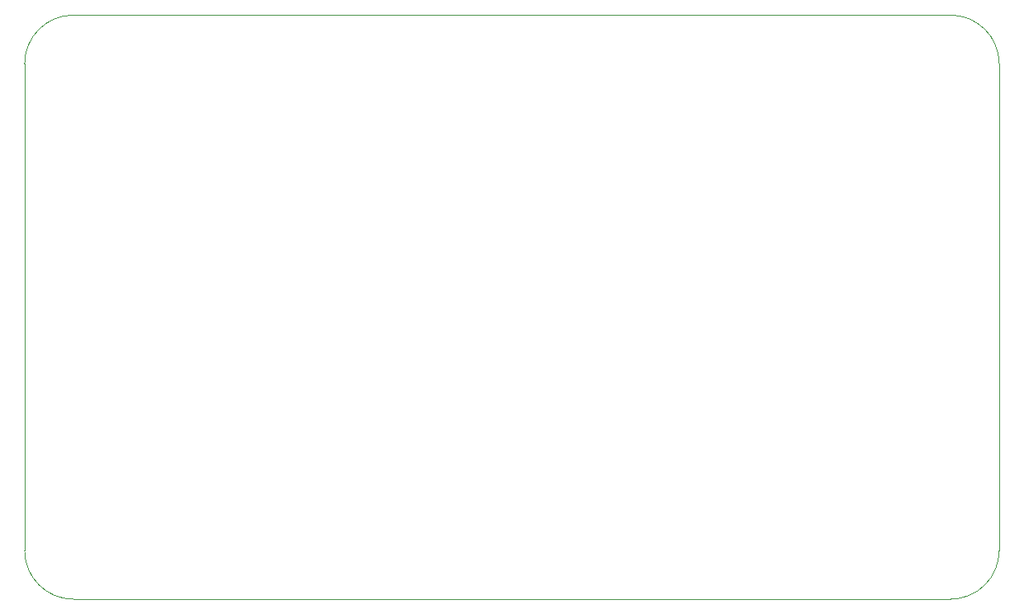
<source format=gbr>
%TF.GenerationSoftware,KiCad,Pcbnew,5.1.10-88a1d61d58~88~ubuntu18.04.1*%
%TF.CreationDate,2021-05-26T13:38:31+10:00*%
%TF.ProjectId,prototype_rocket_fc,70726f74-6f74-4797-9065-5f726f636b65,rev?*%
%TF.SameCoordinates,Original*%
%TF.FileFunction,Profile,NP*%
%FSLAX46Y46*%
G04 Gerber Fmt 4.6, Leading zero omitted, Abs format (unit mm)*
G04 Created by KiCad (PCBNEW 5.1.10-88a1d61d58~88~ubuntu18.04.1) date 2021-05-26 13:38:31*
%MOMM*%
%LPD*%
G01*
G04 APERTURE LIST*
%TA.AperFunction,Profile*%
%ADD10C,0.050000*%
%TD*%
G04 APERTURE END LIST*
D10*
X135000000Y-90000000D02*
G75*
G02*
X130000000Y-95000000I-5000000J0D01*
G01*
X40000000Y-95000000D02*
G75*
G02*
X35000000Y-90000000I0J5000000D01*
G01*
X35000000Y-40000000D02*
G75*
G02*
X40000000Y-35000000I5000000J0D01*
G01*
X130000000Y-35000000D02*
G75*
G02*
X135000000Y-40000000I0J-5000000D01*
G01*
X35000000Y-90000000D02*
X35000000Y-40000000D01*
X130000000Y-95000000D02*
X40000000Y-95000000D01*
X135000000Y-40000000D02*
X135000000Y-90000000D01*
X40000000Y-35000000D02*
X130000000Y-35000000D01*
M02*

</source>
